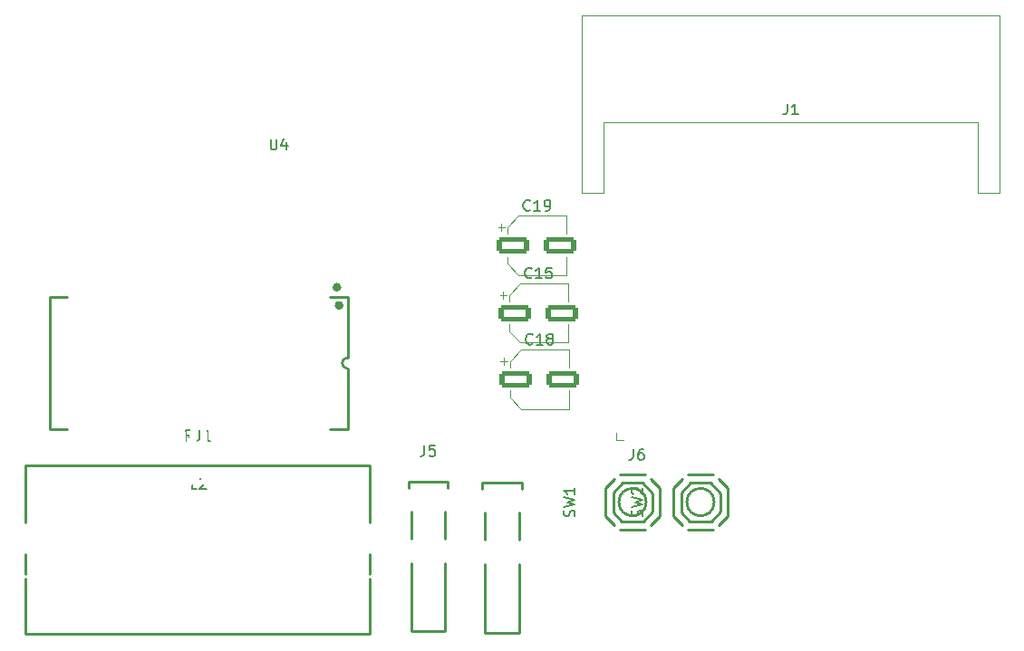
<source format=gbr>
%TF.GenerationSoftware,KiCad,Pcbnew,8.0.1*%
%TF.CreationDate,2024-05-07T15:17:13+02:00*%
%TF.ProjectId,WCH-Eth-Base,5743482d-4574-4682-9d42-6173652e6b69,rev?*%
%TF.SameCoordinates,Original*%
%TF.FileFunction,Legend,Top*%
%TF.FilePolarity,Positive*%
%FSLAX46Y46*%
G04 Gerber Fmt 4.6, Leading zero omitted, Abs format (unit mm)*
G04 Created by KiCad (PCBNEW 8.0.1) date 2024-05-07 15:17:13*
%MOMM*%
%LPD*%
G01*
G04 APERTURE LIST*
G04 Aperture macros list*
%AMRoundRect*
0 Rectangle with rounded corners*
0 $1 Rounding radius*
0 $2 $3 $4 $5 $6 $7 $8 $9 X,Y pos of 4 corners*
0 Add a 4 corners polygon primitive as box body*
4,1,4,$2,$3,$4,$5,$6,$7,$8,$9,$2,$3,0*
0 Add four circle primitives for the rounded corners*
1,1,$1+$1,$2,$3*
1,1,$1+$1,$4,$5*
1,1,$1+$1,$6,$7*
1,1,$1+$1,$8,$9*
0 Add four rect primitives between the rounded corners*
20,1,$1+$1,$2,$3,$4,$5,0*
20,1,$1+$1,$4,$5,$6,$7,0*
20,1,$1+$1,$6,$7,$8,$9,0*
20,1,$1+$1,$8,$9,$2,$3,0*%
G04 Aperture macros list end*
%ADD10C,0.150000*%
%ADD11C,0.250000*%
%ADD12C,0.400000*%
%ADD13C,0.120000*%
%ADD14C,0.100000*%
%ADD15R,1.000000X1.700000*%
%ADD16C,3.300000*%
%ADD17C,1.520000*%
%ADD18C,2.500000*%
%ADD19O,0.550000X0.700000*%
%ADD20O,0.900000X1.900000*%
%ADD21O,0.640000X2.300000*%
%ADD22C,0.990600*%
%ADD23C,0.787400*%
%ADD24RoundRect,0.250000X-1.250000X-0.550000X1.250000X-0.550000X1.250000X0.550000X-1.250000X0.550000X0*%
%ADD25O,2.600000X3.000000*%
%ADD26C,1.800000*%
%ADD27R,0.700000X3.000000*%
%ADD28C,1.524000*%
G04 APERTURE END LIST*
D10*
X56177600Y8369468D02*
X56225219Y8512325D01*
X56225219Y8512325D02*
X56225219Y8750420D01*
X56225219Y8750420D02*
X56177600Y8845658D01*
X56177600Y8845658D02*
X56129980Y8893277D01*
X56129980Y8893277D02*
X56034742Y8940896D01*
X56034742Y8940896D02*
X55939504Y8940896D01*
X55939504Y8940896D02*
X55844266Y8893277D01*
X55844266Y8893277D02*
X55796647Y8845658D01*
X55796647Y8845658D02*
X55749028Y8750420D01*
X55749028Y8750420D02*
X55701409Y8559944D01*
X55701409Y8559944D02*
X55653790Y8464706D01*
X55653790Y8464706D02*
X55606171Y8417087D01*
X55606171Y8417087D02*
X55510933Y8369468D01*
X55510933Y8369468D02*
X55415695Y8369468D01*
X55415695Y8369468D02*
X55320457Y8417087D01*
X55320457Y8417087D02*
X55272838Y8464706D01*
X55272838Y8464706D02*
X55225219Y8559944D01*
X55225219Y8559944D02*
X55225219Y8798039D01*
X55225219Y8798039D02*
X55272838Y8940896D01*
X55225219Y9274230D02*
X56225219Y9512325D01*
X56225219Y9512325D02*
X55510933Y9702801D01*
X55510933Y9702801D02*
X56225219Y9893277D01*
X56225219Y9893277D02*
X55225219Y10131372D01*
X56225219Y11036134D02*
X56225219Y10464706D01*
X56225219Y10750420D02*
X55225219Y10750420D01*
X55225219Y10750420D02*
X55368076Y10655182D01*
X55368076Y10655182D02*
X55463314Y10559944D01*
X55463314Y10559944D02*
X55510933Y10464706D01*
X20458180Y15437981D02*
X20124847Y15914172D01*
X19886752Y15437981D02*
X19886752Y16437981D01*
X19886752Y16437981D02*
X20267704Y16437981D01*
X20267704Y16437981D02*
X20362942Y16390362D01*
X20362942Y16390362D02*
X20410561Y16342743D01*
X20410561Y16342743D02*
X20458180Y16247505D01*
X20458180Y16247505D02*
X20458180Y16104648D01*
X20458180Y16104648D02*
X20410561Y16009410D01*
X20410561Y16009410D02*
X20362942Y15961791D01*
X20362942Y15961791D02*
X20267704Y15914172D01*
X20267704Y15914172D02*
X19886752Y15914172D01*
X21172466Y16437981D02*
X21172466Y15723696D01*
X21172466Y15723696D02*
X21124847Y15580839D01*
X21124847Y15580839D02*
X21029609Y15485600D01*
X21029609Y15485600D02*
X20886752Y15437981D01*
X20886752Y15437981D02*
X20791514Y15437981D01*
X22172466Y15437981D02*
X21601038Y15437981D01*
X21886752Y15437981D02*
X21886752Y16437981D01*
X21886752Y16437981D02*
X21791514Y16295124D01*
X21791514Y16295124D02*
X21696276Y16199886D01*
X21696276Y16199886D02*
X21601038Y16152267D01*
X20930733Y10937581D02*
X20454543Y10937581D01*
X20454543Y10937581D02*
X20454543Y11937581D01*
X21216448Y11842343D02*
X21264067Y11889962D01*
X21264067Y11889962D02*
X21359305Y11937581D01*
X21359305Y11937581D02*
X21597400Y11937581D01*
X21597400Y11937581D02*
X21692638Y11889962D01*
X21692638Y11889962D02*
X21740257Y11842343D01*
X21740257Y11842343D02*
X21787876Y11747105D01*
X21787876Y11747105D02*
X21787876Y11651867D01*
X21787876Y11651867D02*
X21740257Y11509010D01*
X21740257Y11509010D02*
X21168829Y10937581D01*
X21168829Y10937581D02*
X21787876Y10937581D01*
X61693466Y14659981D02*
X61693466Y13945696D01*
X61693466Y13945696D02*
X61645847Y13802839D01*
X61645847Y13802839D02*
X61550609Y13707600D01*
X61550609Y13707600D02*
X61407752Y13659981D01*
X61407752Y13659981D02*
X61312514Y13659981D01*
X62598228Y14659981D02*
X62407752Y14659981D01*
X62407752Y14659981D02*
X62312514Y14612362D01*
X62312514Y14612362D02*
X62264895Y14564743D01*
X62264895Y14564743D02*
X62169657Y14421886D01*
X62169657Y14421886D02*
X62122038Y14231410D01*
X62122038Y14231410D02*
X62122038Y13850458D01*
X62122038Y13850458D02*
X62169657Y13755220D01*
X62169657Y13755220D02*
X62217276Y13707600D01*
X62217276Y13707600D02*
X62312514Y13659981D01*
X62312514Y13659981D02*
X62502990Y13659981D01*
X62502990Y13659981D02*
X62598228Y13707600D01*
X62598228Y13707600D02*
X62645847Y13755220D01*
X62645847Y13755220D02*
X62693466Y13850458D01*
X62693466Y13850458D02*
X62693466Y14088553D01*
X62693466Y14088553D02*
X62645847Y14183791D01*
X62645847Y14183791D02*
X62598228Y14231410D01*
X62598228Y14231410D02*
X62502990Y14279029D01*
X62502990Y14279029D02*
X62312514Y14279029D01*
X62312514Y14279029D02*
X62217276Y14231410D01*
X62217276Y14231410D02*
X62169657Y14183791D01*
X62169657Y14183791D02*
X62122038Y14088553D01*
X42187266Y15006581D02*
X42187266Y14292296D01*
X42187266Y14292296D02*
X42139647Y14149439D01*
X42139647Y14149439D02*
X42044409Y14054200D01*
X42044409Y14054200D02*
X41901552Y14006581D01*
X41901552Y14006581D02*
X41806314Y14006581D01*
X43139647Y15006581D02*
X42663457Y15006581D01*
X42663457Y15006581D02*
X42615838Y14530391D01*
X42615838Y14530391D02*
X42663457Y14578010D01*
X42663457Y14578010D02*
X42758695Y14625629D01*
X42758695Y14625629D02*
X42996790Y14625629D01*
X42996790Y14625629D02*
X43092028Y14578010D01*
X43092028Y14578010D02*
X43139647Y14530391D01*
X43139647Y14530391D02*
X43187266Y14435153D01*
X43187266Y14435153D02*
X43187266Y14197058D01*
X43187266Y14197058D02*
X43139647Y14101820D01*
X43139647Y14101820D02*
X43092028Y14054200D01*
X43092028Y14054200D02*
X42996790Y14006581D01*
X42996790Y14006581D02*
X42758695Y14006581D01*
X42758695Y14006581D02*
X42663457Y14054200D01*
X42663457Y14054200D02*
X42615838Y14101820D01*
X52275142Y24524020D02*
X52227523Y24476400D01*
X52227523Y24476400D02*
X52084666Y24428781D01*
X52084666Y24428781D02*
X51989428Y24428781D01*
X51989428Y24428781D02*
X51846571Y24476400D01*
X51846571Y24476400D02*
X51751333Y24571639D01*
X51751333Y24571639D02*
X51703714Y24666877D01*
X51703714Y24666877D02*
X51656095Y24857353D01*
X51656095Y24857353D02*
X51656095Y25000210D01*
X51656095Y25000210D02*
X51703714Y25190686D01*
X51703714Y25190686D02*
X51751333Y25285924D01*
X51751333Y25285924D02*
X51846571Y25381162D01*
X51846571Y25381162D02*
X51989428Y25428781D01*
X51989428Y25428781D02*
X52084666Y25428781D01*
X52084666Y25428781D02*
X52227523Y25381162D01*
X52227523Y25381162D02*
X52275142Y25333543D01*
X53227523Y24428781D02*
X52656095Y24428781D01*
X52941809Y24428781D02*
X52941809Y25428781D01*
X52941809Y25428781D02*
X52846571Y25285924D01*
X52846571Y25285924D02*
X52751333Y25190686D01*
X52751333Y25190686D02*
X52656095Y25143067D01*
X53798952Y25000210D02*
X53703714Y25047829D01*
X53703714Y25047829D02*
X53656095Y25095448D01*
X53656095Y25095448D02*
X53608476Y25190686D01*
X53608476Y25190686D02*
X53608476Y25238305D01*
X53608476Y25238305D02*
X53656095Y25333543D01*
X53656095Y25333543D02*
X53703714Y25381162D01*
X53703714Y25381162D02*
X53798952Y25428781D01*
X53798952Y25428781D02*
X53989428Y25428781D01*
X53989428Y25428781D02*
X54084666Y25381162D01*
X54084666Y25381162D02*
X54132285Y25333543D01*
X54132285Y25333543D02*
X54179904Y25238305D01*
X54179904Y25238305D02*
X54179904Y25190686D01*
X54179904Y25190686D02*
X54132285Y25095448D01*
X54132285Y25095448D02*
X54084666Y25047829D01*
X54084666Y25047829D02*
X53989428Y25000210D01*
X53989428Y25000210D02*
X53798952Y25000210D01*
X53798952Y25000210D02*
X53703714Y24952591D01*
X53703714Y24952591D02*
X53656095Y24904972D01*
X53656095Y24904972D02*
X53608476Y24809734D01*
X53608476Y24809734D02*
X53608476Y24619258D01*
X53608476Y24619258D02*
X53656095Y24524020D01*
X53656095Y24524020D02*
X53703714Y24476400D01*
X53703714Y24476400D02*
X53798952Y24428781D01*
X53798952Y24428781D02*
X53989428Y24428781D01*
X53989428Y24428781D02*
X54084666Y24476400D01*
X54084666Y24476400D02*
X54132285Y24524020D01*
X54132285Y24524020D02*
X54179904Y24619258D01*
X54179904Y24619258D02*
X54179904Y24809734D01*
X54179904Y24809734D02*
X54132285Y24904972D01*
X54132285Y24904972D02*
X54084666Y24952591D01*
X54084666Y24952591D02*
X53989428Y25000210D01*
X76073266Y46945181D02*
X76073266Y46230896D01*
X76073266Y46230896D02*
X76025647Y46088039D01*
X76025647Y46088039D02*
X75930409Y45992800D01*
X75930409Y45992800D02*
X75787552Y45945181D01*
X75787552Y45945181D02*
X75692314Y45945181D01*
X77073266Y45945181D02*
X76501838Y45945181D01*
X76787552Y45945181D02*
X76787552Y46945181D01*
X76787552Y46945181D02*
X76692314Y46802324D01*
X76692314Y46802324D02*
X76597076Y46707086D01*
X76597076Y46707086D02*
X76501838Y46659467D01*
X27798495Y43651781D02*
X27798495Y42842258D01*
X27798495Y42842258D02*
X27846114Y42747020D01*
X27846114Y42747020D02*
X27893733Y42699400D01*
X27893733Y42699400D02*
X27988971Y42651781D01*
X27988971Y42651781D02*
X28179447Y42651781D01*
X28179447Y42651781D02*
X28274685Y42699400D01*
X28274685Y42699400D02*
X28322304Y42747020D01*
X28322304Y42747020D02*
X28369923Y42842258D01*
X28369923Y42842258D02*
X28369923Y43651781D01*
X29274685Y43318448D02*
X29274685Y42651781D01*
X29036590Y43699400D02*
X28798495Y42985115D01*
X28798495Y42985115D02*
X29417542Y42985115D01*
X62527600Y8369468D02*
X62575219Y8512325D01*
X62575219Y8512325D02*
X62575219Y8750420D01*
X62575219Y8750420D02*
X62527600Y8845658D01*
X62527600Y8845658D02*
X62479980Y8893277D01*
X62479980Y8893277D02*
X62384742Y8940896D01*
X62384742Y8940896D02*
X62289504Y8940896D01*
X62289504Y8940896D02*
X62194266Y8893277D01*
X62194266Y8893277D02*
X62146647Y8845658D01*
X62146647Y8845658D02*
X62099028Y8750420D01*
X62099028Y8750420D02*
X62051409Y8559944D01*
X62051409Y8559944D02*
X62003790Y8464706D01*
X62003790Y8464706D02*
X61956171Y8417087D01*
X61956171Y8417087D02*
X61860933Y8369468D01*
X61860933Y8369468D02*
X61765695Y8369468D01*
X61765695Y8369468D02*
X61670457Y8417087D01*
X61670457Y8417087D02*
X61622838Y8464706D01*
X61622838Y8464706D02*
X61575219Y8559944D01*
X61575219Y8559944D02*
X61575219Y8798039D01*
X61575219Y8798039D02*
X61622838Y8940896D01*
X61575219Y9274230D02*
X62575219Y9512325D01*
X62575219Y9512325D02*
X61860933Y9702801D01*
X61860933Y9702801D02*
X62575219Y9893277D01*
X62575219Y9893277D02*
X61575219Y10131372D01*
X61670457Y10464706D02*
X61622838Y10512325D01*
X61622838Y10512325D02*
X61575219Y10607563D01*
X61575219Y10607563D02*
X61575219Y10845658D01*
X61575219Y10845658D02*
X61622838Y10940896D01*
X61622838Y10940896D02*
X61670457Y10988515D01*
X61670457Y10988515D02*
X61765695Y11036134D01*
X61765695Y11036134D02*
X61860933Y11036134D01*
X61860933Y11036134D02*
X62003790Y10988515D01*
X62003790Y10988515D02*
X62575219Y10417087D01*
X62575219Y10417087D02*
X62575219Y11036134D01*
X52030942Y37046220D02*
X51983323Y36998600D01*
X51983323Y36998600D02*
X51840466Y36950981D01*
X51840466Y36950981D02*
X51745228Y36950981D01*
X51745228Y36950981D02*
X51602371Y36998600D01*
X51602371Y36998600D02*
X51507133Y37093839D01*
X51507133Y37093839D02*
X51459514Y37189077D01*
X51459514Y37189077D02*
X51411895Y37379553D01*
X51411895Y37379553D02*
X51411895Y37522410D01*
X51411895Y37522410D02*
X51459514Y37712886D01*
X51459514Y37712886D02*
X51507133Y37808124D01*
X51507133Y37808124D02*
X51602371Y37903362D01*
X51602371Y37903362D02*
X51745228Y37950981D01*
X51745228Y37950981D02*
X51840466Y37950981D01*
X51840466Y37950981D02*
X51983323Y37903362D01*
X51983323Y37903362D02*
X52030942Y37855743D01*
X52983323Y36950981D02*
X52411895Y36950981D01*
X52697609Y36950981D02*
X52697609Y37950981D01*
X52697609Y37950981D02*
X52602371Y37808124D01*
X52602371Y37808124D02*
X52507133Y37712886D01*
X52507133Y37712886D02*
X52411895Y37665267D01*
X53459514Y36950981D02*
X53649990Y36950981D01*
X53649990Y36950981D02*
X53745228Y36998600D01*
X53745228Y36998600D02*
X53792847Y37046220D01*
X53792847Y37046220D02*
X53888085Y37189077D01*
X53888085Y37189077D02*
X53935704Y37379553D01*
X53935704Y37379553D02*
X53935704Y37760505D01*
X53935704Y37760505D02*
X53888085Y37855743D01*
X53888085Y37855743D02*
X53840466Y37903362D01*
X53840466Y37903362D02*
X53745228Y37950981D01*
X53745228Y37950981D02*
X53554752Y37950981D01*
X53554752Y37950981D02*
X53459514Y37903362D01*
X53459514Y37903362D02*
X53411895Y37855743D01*
X53411895Y37855743D02*
X53364276Y37760505D01*
X53364276Y37760505D02*
X53364276Y37522410D01*
X53364276Y37522410D02*
X53411895Y37427172D01*
X53411895Y37427172D02*
X53459514Y37379553D01*
X53459514Y37379553D02*
X53554752Y37331934D01*
X53554752Y37331934D02*
X53745228Y37331934D01*
X53745228Y37331934D02*
X53840466Y37379553D01*
X53840466Y37379553D02*
X53888085Y37427172D01*
X53888085Y37427172D02*
X53935704Y37522410D01*
X52198942Y30721620D02*
X52151323Y30674000D01*
X52151323Y30674000D02*
X52008466Y30626381D01*
X52008466Y30626381D02*
X51913228Y30626381D01*
X51913228Y30626381D02*
X51770371Y30674000D01*
X51770371Y30674000D02*
X51675133Y30769239D01*
X51675133Y30769239D02*
X51627514Y30864477D01*
X51627514Y30864477D02*
X51579895Y31054953D01*
X51579895Y31054953D02*
X51579895Y31197810D01*
X51579895Y31197810D02*
X51627514Y31388286D01*
X51627514Y31388286D02*
X51675133Y31483524D01*
X51675133Y31483524D02*
X51770371Y31578762D01*
X51770371Y31578762D02*
X51913228Y31626381D01*
X51913228Y31626381D02*
X52008466Y31626381D01*
X52008466Y31626381D02*
X52151323Y31578762D01*
X52151323Y31578762D02*
X52198942Y31531143D01*
X53151323Y30626381D02*
X52579895Y30626381D01*
X52865609Y30626381D02*
X52865609Y31626381D01*
X52865609Y31626381D02*
X52770371Y31483524D01*
X52770371Y31483524D02*
X52675133Y31388286D01*
X52675133Y31388286D02*
X52579895Y31340667D01*
X54056085Y31626381D02*
X53579895Y31626381D01*
X53579895Y31626381D02*
X53532276Y31150191D01*
X53532276Y31150191D02*
X53579895Y31197810D01*
X53579895Y31197810D02*
X53675133Y31245429D01*
X53675133Y31245429D02*
X53913228Y31245429D01*
X53913228Y31245429D02*
X54008466Y31197810D01*
X54008466Y31197810D02*
X54056085Y31150191D01*
X54056085Y31150191D02*
X54103704Y31054953D01*
X54103704Y31054953D02*
X54103704Y30816858D01*
X54103704Y30816858D02*
X54056085Y30721620D01*
X54056085Y30721620D02*
X54008466Y30674000D01*
X54008466Y30674000D02*
X53913228Y30626381D01*
X53913228Y30626381D02*
X53675133Y30626381D01*
X53675133Y30626381D02*
X53579895Y30674000D01*
X53579895Y30674000D02*
X53532276Y30721620D01*
D11*
%TO.C,SW1*%
X59070400Y10982800D02*
X59960400Y11872800D01*
X59070400Y8422800D02*
X59070400Y10982800D01*
X59070400Y8422800D02*
X59960400Y7532800D01*
X59820400Y10602800D02*
X60720400Y11502800D01*
X59820400Y8702800D02*
X59820400Y10602800D01*
X60450400Y12252800D02*
X62790400Y12252800D01*
X60450400Y7152800D02*
X62790400Y7152800D01*
X60620400Y7902800D02*
X59820400Y8702800D01*
X60720400Y11502800D02*
X62520400Y11502800D01*
X62520400Y11502800D02*
X63520400Y10502800D01*
X62620400Y7902800D02*
X60620400Y7902800D01*
X63280400Y11872800D02*
X64170400Y10982800D01*
X63280400Y7532800D02*
X64170400Y8422800D01*
X63520400Y10502800D02*
X63520400Y8802800D01*
X63520400Y8802800D02*
X62620400Y7902800D01*
X64170400Y8422800D02*
X64170400Y10982800D01*
X62900400Y9702800D02*
G75*
G02*
X60340400Y9702800I-1280000J0D01*
G01*
X60340400Y9702800D02*
G75*
G02*
X62900400Y9702800I1280000J0D01*
G01*
%TO.C,RJ1*%
X4925800Y7792800D02*
X4925800Y13162800D01*
X4925800Y2992800D02*
X4925800Y4832800D01*
X4925800Y-2647200D02*
X4925800Y2512800D01*
X37075800Y13162800D02*
X5005800Y13162800D01*
X37075800Y7792800D02*
X37075800Y13162800D01*
X37075800Y2992800D02*
X37075800Y4832800D01*
X37075800Y-2647200D02*
X4925800Y-2647200D01*
X37075800Y-2647200D02*
X37075800Y2512800D01*
%TO.C,J4*%
X47554000Y11510800D02*
X47554000Y10960800D01*
X47554000Y11510800D02*
X51254000Y11510800D01*
X47804000Y6220800D02*
X47804000Y8700800D01*
X47804000Y3910800D02*
X47804000Y-2489200D01*
X47804000Y-2489200D02*
X51004000Y-2489200D01*
X51004000Y6220800D02*
X51004000Y8700800D01*
X51004000Y-2489200D02*
X51004000Y3910800D01*
X51254000Y11510800D02*
X51254000Y10960800D01*
%TO.C,L2*%
X7197400Y28842400D02*
X8827400Y28842400D01*
X7197400Y16542400D02*
X7197400Y28842400D01*
X8827400Y16542400D02*
X7197400Y16542400D01*
X33367400Y28842400D02*
X34997400Y28842400D01*
X34997400Y28842400D02*
X34997400Y23202400D01*
X34997400Y16542400D02*
X33367400Y16542400D01*
X34997400Y16542400D02*
X34997400Y22182400D01*
X34997400Y22182400D02*
G75*
G02*
X34997400Y23202400I0J510000D01*
G01*
D12*
X34197400Y29792400D02*
G75*
G02*
X33797400Y29792400I-200000J0D01*
G01*
X33797400Y29792400D02*
G75*
G02*
X34197400Y29792400I200000J0D01*
G01*
X34397400Y28092400D02*
G75*
G02*
X33997400Y28092400I-200000J0D01*
G01*
X33997400Y28092400D02*
G75*
G02*
X34397400Y28092400I200000J0D01*
G01*
D13*
%TO.C,J6*%
X60121800Y15544800D02*
X60121800Y16179800D01*
X60756800Y15544800D02*
X60121800Y15544800D01*
D11*
%TO.C,J5*%
X40670600Y11601400D02*
X40670600Y11051400D01*
X40670600Y11601400D02*
X44370600Y11601400D01*
X40920600Y6311400D02*
X40920600Y8791400D01*
X40920600Y4001400D02*
X40920600Y-2398600D01*
X40920600Y-2398600D02*
X44120600Y-2398600D01*
X44120600Y6311400D02*
X44120600Y8791400D01*
X44120600Y-2398600D02*
X44120600Y4001400D01*
X44370600Y11601400D02*
X44370600Y11051400D01*
D13*
%TO.C,C18*%
X49293000Y22868600D02*
X49918000Y22868600D01*
X49605500Y23181100D02*
X49605500Y22556100D01*
X50158000Y22879163D02*
X50158000Y22243600D01*
X50158000Y22879163D02*
X51222437Y23943600D01*
X50158000Y19488037D02*
X50158000Y20123600D01*
X50158000Y19488037D02*
X51222437Y18423600D01*
X51222437Y23943600D02*
X55678000Y23943600D01*
X51222437Y18423600D02*
X55678000Y18423600D01*
X55678000Y23943600D02*
X55678000Y22243600D01*
X55678000Y18423600D02*
X55678000Y20123600D01*
D14*
%TO.C,J1*%
X56916600Y55200000D02*
X56916600Y38600000D01*
X56916600Y38600000D02*
X58916600Y38600000D01*
X58916600Y45200000D02*
X93916600Y45200000D01*
X58916600Y38600000D02*
X58916600Y45200000D01*
X93916600Y45200000D02*
X93916600Y38600000D01*
X93916600Y38600000D02*
X95916600Y38600000D01*
X95916600Y55200000D02*
X56916600Y55200000D01*
X95916600Y38600000D02*
X95916600Y55200000D01*
D11*
%TO.C,SW2*%
X65420400Y10982800D02*
X66310400Y11872800D01*
X65420400Y8422800D02*
X65420400Y10982800D01*
X65420400Y8422800D02*
X66310400Y7532800D01*
X66170400Y10602800D02*
X67070400Y11502800D01*
X66170400Y8702800D02*
X66170400Y10602800D01*
X66800400Y12252800D02*
X69140400Y12252800D01*
X66800400Y7152800D02*
X69140400Y7152800D01*
X66970400Y7902800D02*
X66170400Y8702800D01*
X67070400Y11502800D02*
X68870400Y11502800D01*
X68870400Y11502800D02*
X69870400Y10502800D01*
X68970400Y7902800D02*
X66970400Y7902800D01*
X69630400Y11872800D02*
X70520400Y10982800D01*
X69630400Y7532800D02*
X70520400Y8422800D01*
X69870400Y10502800D02*
X69870400Y8802800D01*
X69870400Y8802800D02*
X68970400Y7902800D01*
X70520400Y8422800D02*
X70520400Y10982800D01*
X69250400Y9702800D02*
G75*
G02*
X66690400Y9702800I-1280000J0D01*
G01*
X66690400Y9702800D02*
G75*
G02*
X69250400Y9702800I1280000J0D01*
G01*
D13*
%TO.C,C19*%
X49048800Y35390800D02*
X49673800Y35390800D01*
X49361300Y35703300D02*
X49361300Y35078300D01*
X49913800Y35401363D02*
X49913800Y34765800D01*
X49913800Y35401363D02*
X50978237Y36465800D01*
X49913800Y32010237D02*
X49913800Y32645800D01*
X49913800Y32010237D02*
X50978237Y30945800D01*
X50978237Y36465800D02*
X55433800Y36465800D01*
X50978237Y30945800D02*
X55433800Y30945800D01*
X55433800Y36465800D02*
X55433800Y34765800D01*
X55433800Y30945800D02*
X55433800Y32645800D01*
%TO.C,C15*%
X49216800Y29066200D02*
X49841800Y29066200D01*
X49529300Y29378700D02*
X49529300Y28753700D01*
X50081800Y29076763D02*
X50081800Y28441200D01*
X50081800Y29076763D02*
X51146237Y30141200D01*
X50081800Y25685637D02*
X50081800Y26321200D01*
X50081800Y25685637D02*
X51146237Y24621200D01*
X51146237Y30141200D02*
X55601800Y30141200D01*
X51146237Y24621200D02*
X55601800Y24621200D01*
X55601800Y30141200D02*
X55601800Y28441200D01*
X55601800Y24621200D02*
X55601800Y26321200D01*
%TD*%
%LPC*%
D15*
%TO.C,SW1*%
X59770400Y6402800D03*
X59770400Y13002800D03*
X63470400Y6402800D03*
X63470400Y13002800D03*
%TD*%
D16*
%TO.C,RJ1*%
X6755800Y2752800D03*
X35255800Y2752800D03*
D17*
X16675800Y5292800D03*
X15655800Y7082800D03*
X14635800Y5292800D03*
X13615800Y7082800D03*
X12595800Y5292800D03*
X11575800Y7082800D03*
X10555800Y5292800D03*
X9535800Y7082800D03*
X19965800Y11892800D03*
X17675800Y11892800D03*
X8535800Y11892800D03*
X6245800Y11892800D03*
X32475800Y5292800D03*
X31455800Y7082800D03*
X30435800Y5292800D03*
X29415800Y7082800D03*
X28395800Y5292800D03*
X27375800Y7082800D03*
X26355800Y5292800D03*
X25335800Y7082800D03*
X35765800Y11892800D03*
X33475800Y11892800D03*
X24335800Y11892800D03*
X22045800Y11892800D03*
D18*
X5005800Y6322800D03*
X37005800Y6322800D03*
%TD*%
D19*
%TO.C,J4*%
X49034000Y4510800D03*
X49034000Y5410800D03*
X49034000Y6320800D03*
X49034000Y7220800D03*
X49034000Y8120800D03*
X49034000Y9470800D03*
X49034000Y10370800D03*
X49784000Y10370800D03*
X49784000Y9470800D03*
X49784000Y8570800D03*
X49784000Y7670800D03*
X49784000Y6760800D03*
X49784000Y5410800D03*
X49784000Y4510800D03*
D20*
X50834000Y9870800D03*
X50834000Y5070800D03*
X47974000Y9870800D03*
X47974000Y5070800D03*
%TD*%
D21*
%TO.C,L2*%
X32827400Y29992400D03*
X31807400Y29992400D03*
X30787400Y29992400D03*
X29767400Y29992400D03*
X28747400Y29992400D03*
X27727400Y29992400D03*
X26707400Y29992400D03*
X25687400Y29992400D03*
X24667400Y29992400D03*
X23647400Y29992400D03*
X22627400Y29992400D03*
X21607400Y29992400D03*
X20587400Y29992400D03*
X19567400Y29992400D03*
X18547400Y29992400D03*
X17527400Y29992400D03*
X16507400Y29992400D03*
X15487400Y29992400D03*
X14467400Y29992400D03*
X13447400Y29992400D03*
X12427400Y29992400D03*
X11407400Y29992400D03*
X10387400Y29992400D03*
X9367400Y29992400D03*
X9367400Y15392400D03*
X10387400Y15392400D03*
X11407400Y15392400D03*
X12427400Y15392400D03*
X13447400Y15392400D03*
X14467400Y15392400D03*
X15487400Y15392400D03*
X16507400Y15392400D03*
X17527400Y15392400D03*
X18547400Y15392400D03*
X19567400Y15392400D03*
X20587400Y15392400D03*
X21607400Y15392400D03*
X22627400Y15392400D03*
X23647400Y15392400D03*
X24667400Y15392400D03*
X25687400Y15392400D03*
X26707400Y15392400D03*
X27727400Y15392400D03*
X28747400Y15392400D03*
X29767400Y15392400D03*
X30787400Y15392400D03*
X31807400Y15392400D03*
X32827400Y15392400D03*
%TD*%
D22*
%TO.C,J6*%
X59486800Y16814800D03*
X64566800Y17830800D03*
X64566800Y15798800D03*
D23*
X60756800Y16179800D03*
X60756800Y17449800D03*
X62026800Y16179800D03*
X62026800Y17449800D03*
X63296800Y16179800D03*
X63296800Y17449800D03*
%TD*%
D19*
%TO.C,J5*%
X42150600Y4601400D03*
X42150600Y5501400D03*
X42150600Y6411400D03*
X42150600Y7311400D03*
X42150600Y8211400D03*
X42150600Y9561400D03*
X42150600Y10461400D03*
X42900600Y10461400D03*
X42900600Y9561400D03*
X42900600Y8661400D03*
X42900600Y7761400D03*
X42900600Y6851400D03*
X42900600Y5501400D03*
X42900600Y4601400D03*
D20*
X43950600Y9961400D03*
X43950600Y5161400D03*
X41090600Y9961400D03*
X41090600Y5161400D03*
%TD*%
D24*
%TO.C,C18*%
X50718000Y21183600D03*
X55118000Y21183600D03*
%TD*%
D25*
%TO.C,SW3*%
X96121600Y5258000D03*
X84421600Y5258000D03*
D26*
X87771600Y4008000D03*
X92771600Y4008000D03*
X90271600Y4008000D03*
X87771600Y6508000D03*
X92771600Y6508000D03*
%TD*%
D27*
%TO.C,J1*%
X59906600Y42400000D03*
X60906600Y42400000D03*
X61906600Y42400000D03*
X62906600Y42400000D03*
X63906600Y42400000D03*
X64906600Y42400000D03*
X65906600Y42400000D03*
X66906600Y42400000D03*
X67906600Y42400000D03*
X68906600Y42400000D03*
X69906600Y42400000D03*
X72906600Y42400000D03*
X73906600Y42400000D03*
X74906600Y42400000D03*
X75906600Y42400000D03*
X76906600Y42400000D03*
X77906600Y42400000D03*
X78906600Y42400000D03*
X79906600Y42400000D03*
X80906600Y42400000D03*
X81906600Y42400000D03*
X82906600Y42400000D03*
X83906600Y42400000D03*
X84906600Y42400000D03*
X85906600Y42400000D03*
X86906600Y42400000D03*
X87906600Y42400000D03*
X88906600Y42400000D03*
X89906600Y42400000D03*
X90906600Y42400000D03*
X91906600Y42400000D03*
X92906600Y42400000D03*
%TD*%
D28*
%TO.C,U4*%
X3033400Y41630600D03*
X5573400Y41630600D03*
X8113400Y41630600D03*
X10653400Y41630600D03*
X46253400Y41630600D03*
X48793400Y41630600D03*
X51333400Y41630600D03*
%TD*%
D15*
%TO.C,SW2*%
X66120400Y6402800D03*
X66120400Y13002800D03*
X69820400Y6402800D03*
X69820400Y13002800D03*
%TD*%
D24*
%TO.C,C19*%
X50473800Y33705800D03*
X54873800Y33705800D03*
%TD*%
%TO.C,C15*%
X50641800Y27381200D03*
X55041800Y27381200D03*
%TD*%
%LPD*%
M02*

</source>
